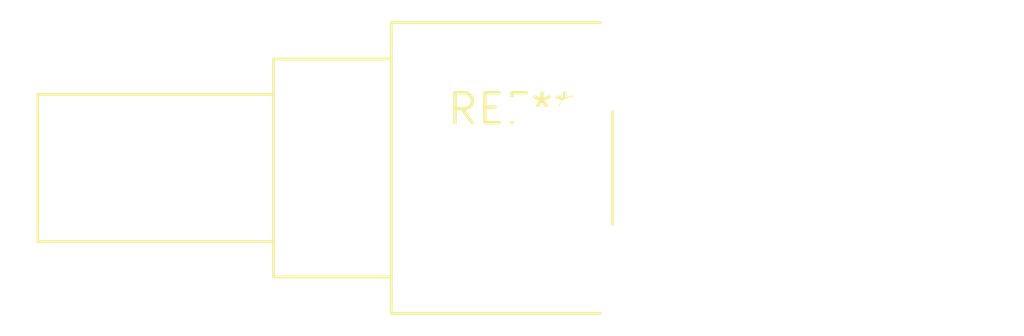
<source format=kicad_pcb>
(kicad_pcb (version 20240108) (generator pcbnew)
  (layers (0 "F.Cu" signal) (31 "B.Cu" signal) (34 "B.Paste" user) (35 "F.Paste" user) (36 "B.SilkS" user "B.Silkscreen") (37 "F.SilkS" user "F.Silkscreen") (38 "B.Mask" user) (39 "F.Mask" user) (44 "Edge.Cuts" user))
  (net 0 "")
  (footprint "Potentiometer_Alps_RK09L_Double_Horizontal" (layer "F.Cu") (at 0 0)
    (property "Reference" "REF**")
    (property "Value" "Potentiometer_Alps_RK09L_Double_Horizontal")
    (fp_line (start -20.12 5.62) (end -20.12 -0.62) (layer "F.SilkS") (stroke (width 0.12)))
    (fp_line (start -10.12 -0.62) (end -20.12 -0.62) (layer "F.SilkS") (stroke (width 0.12)))
    (fp_line (start -10.12 5.62) (end -20.12 5.62) (layer "F.SilkS") (stroke (width 0.12)))
    (fp_line (start -10.12 7.12) (end -10.12 -2.12) (layer "F.SilkS") (stroke (width 0.12)))
    (fp_line (start -5.12 -2.12) (end -10.12 -2.12) (layer "F.SilkS") (stroke (width 0.12)))
    (fp_line (start -5.12 7.12) (end -10.12 7.12) (layer "F.SilkS") (stroke (width 0.12)))
    (fp_line (start -5.12 8.67) (end -5.12 -3.67) (layer "F.SilkS") (stroke (width 0.12)))
    (fp_line (start 3.759 -3.67) (end -5.12 -3.67) (layer "F.SilkS") (stroke (width 0.12)))
    (fp_line (start 3.759 8.67) (end -5.12 8.67) (layer "F.SilkS") (stroke (width 0.12)))
    (fp_line (start 4.261 4.894) (end 4.261 0.105) (layer "F.SilkS") (stroke (width 0.12)))
    (pad "1" thru_hole rect (at 0 0 180) (size 1.8 1.8) (drill 1) (layers *.Cu *.Mask) (remove_unused_layers))
    (pad "2" thru_hole circle (at 0 2.5 180) (size 1.8 1.8) (drill 1) (layers *.Cu *.Mask) (remove_unused_layers))
    (pad "3" thru_hole circle (at 0 5 180) (size 1.8 1.8) (drill 1) (layers *.Cu *.Mask) (remove_unused_layers))
    (pad "4" thru_hole circle (at 2.5 0 180) (size 1.8 1.8) (drill 1) (layers *.Cu *.Mask) (remove_unused_layers))
    (pad "5" thru_hole circle (at 2.5 2.5 180) (size 1.8 1.8) (drill 1) (layers *.Cu *.Mask) (remove_unused_layers))
    (pad "6" thru_hole circle (at 2.5 5 180) (size 1.8 1.8) (drill 1) (layers *.Cu *.Mask) (remove_unused_layers))
    (pad "MP" thru_hole roundrect (at 5.8 -2.25 180) (size 2 3) (drill oval 1.1 1.8) (layers *.Cu *.Mask) (remove_unused_layers))
    (pad "MP" thru_hole roundrect (at 5.8 7.25 180) (size 2 3) (drill oval 1.1 1.8) (layers *.Cu *.Mask) (remove_unused_layers))
  )
)
</source>
